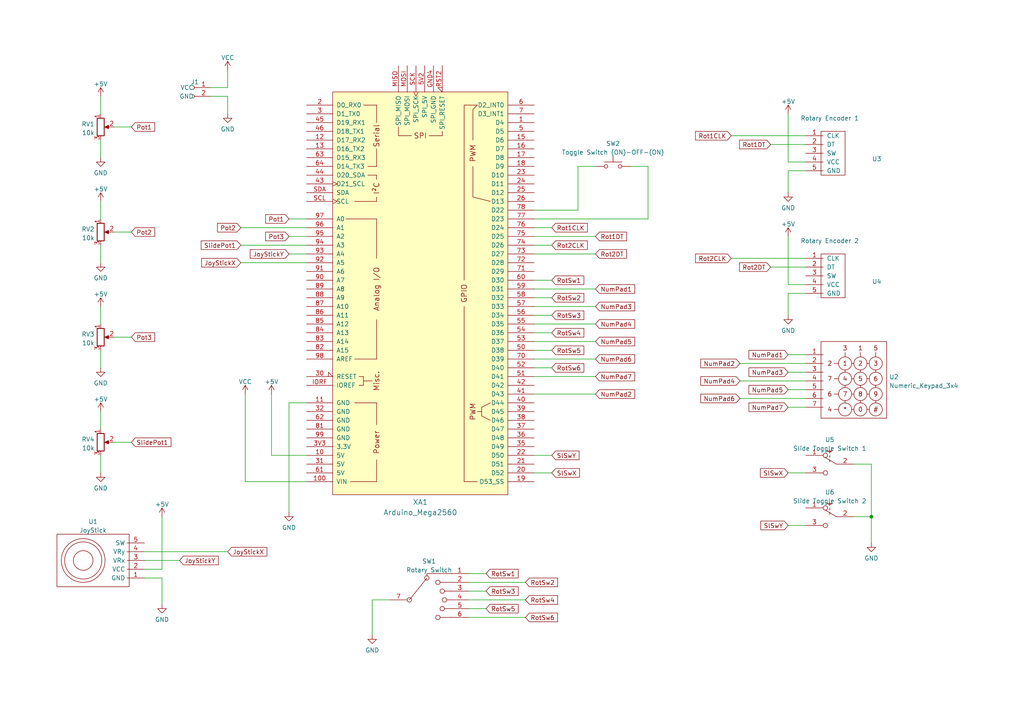
<source format=kicad_sch>
(kicad_sch (version 20211123) (generator eeschema)
  (paper "A4")
  (lib_symbols
    (symbol "Device:R_Potentiometer" (pin_names (offset 1.016) hide)
      (property "Reference" "RV" (at -4.445 0 90))
      (property "Value" "R_Potentiometer" (at -2.54 0 90))
      (symbol "R_Potentiometer_0_1"
        (polyline (pts (xy 2.54 0) (xy 1.524 0)))
        (polyline (pts (xy 1.143 0) (xy 2.286 0.508) (xy 2.286 -0.508) (xy 1.143 0)) (fill (type outline)))
        (rectangle (start 1.016 2.54) (end -1.016 -2.54) (stroke (width 0.254)))
      )
      (symbol "R_Potentiometer_1_1"
        (pin passive line (at 0 3.81 270) (length 1.27) (name "1") (number "1"))
        (pin passive line (at 3.81 0 180) (length 1.27) (name "2") (number "2"))
        (pin passive line (at 0 -3.81 90) (length 1.27) (name "3") (number "3"))
      )
    )
    (symbol "My_Arduino:Arduino_Mega2560" (pin_names (offset 1.016))
      (property "Reference" "XA" (at 2.54 0 90))
      (property "Value" "Arduino_Mega2560" (at -2.54 0 90))
      (symbol "Arduino_Mega2560_0_0"
        (rectangle (start -25.4 -58.42) (end 25.4 58.42) (fill (type background)))
        (rectangle (start -20.32 -54.61) (end -12.7 -54.61))
        (rectangle (start -19.05 -31.75) (end -12.7 -31.75))
        (rectangle (start -19.05 -19.05) (end -12.7 -19.05))
        (rectangle (start -19.05 26.67) (end -12.7 26.67))
        (rectangle (start -17.78 -26.67) (end -16.51 -26.67))
        (rectangle (start -17.78 -24.13) (end -16.51 -24.13))
        (rectangle (start -16.51 -25.4) (end -13.97 -25.4))
        (rectangle (start -16.51 -24.13) (end -16.51 -26.67))
        (rectangle (start -16.51 54.61) (end -12.7 54.61))
        (rectangle (start -15.24 34.29) (end -12.7 34.29))
        (rectangle (start -15.24 36.83) (end -12.7 36.83))
        (rectangle (start -12.7 -54.61) (end -12.7 -48.26))
        (rectangle (start -12.7 -31.75) (end -12.7 -38.1))
        (rectangle (start -12.7 26.67) (end -12.7 27.94))
        (rectangle (start -12.7 34.29) (end -12.7 33.02))
        (rectangle (start -12.7 41.91) (end -12.7 36.83))
        (rectangle (start -12.7 49.53) (end -12.7 54.61))
        (rectangle (start -6.35 48.26) (end -6.35 45.72))
        (rectangle (start -2.54 45.72) (end -6.35 45.72))
        (polyline (pts (xy -21.59 21.59) (xy -12.7 21.59)))
        (polyline (pts (xy -12.7 -19.05) (xy -12.7 -7.62)))
        (polyline (pts (xy -12.7 10.16) (xy -12.7 21.59)))
        (polyline (pts (xy 12.7 -54.61) (xy 16.51 -54.61)))
        (polyline (pts (xy 12.7 54.61) (xy 16.51 54.61)))
        (polyline (pts (xy 17.78 -34.29) (xy 16.51 -34.29)))
        (polyline (pts (xy 15.24 36.83) (xy 15.24 27.94) (xy 20.32 26.67)))
        (polyline (pts (xy 15.24 44.45) (xy 15.24 53.34) (xy 16.51 54.61)))
        (polyline (pts (xy 20.32 -31.75) (xy 17.78 -33.02) (xy 17.78 -35.56) (xy 20.32 -36.83)))
        (rectangle (start 6.35 45.72) (end 2.54 45.72))
        (rectangle (start 6.35 46.99) (end 6.35 45.72))
        (text "Analog I/O" (at -12.7 1.27 900) (effects (font (size 1.524 1.524))))
        (text "I²C" (at -12.7 30.48 900) (effects (font (size 1.524 1.524))))
        (text "Misc." (at -12.7 -25.4 900) (effects (font (size 1.524 1.524))))
        (text "Power" (at -12.7 -43.18 900) (effects (font (size 1.524 1.524))))
        (text "PWM" (at 15.24 -34.29 900) (effects (font (size 1.524 1.524))))
        (text "PWM" (at 15.24 40.64 900) (effects (font (size 1.524 1.524))))
        (text "Serial" (at -12.7 45.72 900) (effects (font (size 1.524 1.524))))
        (text "SPI" (at 0 45.72 0) (effects (font (size 1.524 1.524))))
      )
      (symbol "Arduino_Mega2560_1_0"
        (rectangle (start 12.7 -54.61) (end 12.7 -3.81))
        (rectangle (start 12.7 54.61) (end 12.7 3.81))
        (text "GPIO" (at 12.7 0 900) (effects (font (size 1.524 1.524))))
      )
      (symbol "Arduino_Mega2560_1_1"
        (pin bidirectional line (at 33.02 49.53 180) (length 7.62) (name "D4") (number "1"))
        (pin power_in line (at -33.02 -46.99 0) (length 7.62) (name "5V") (number "10"))
        (pin power_in line (at -33.02 -54.61 0) (length 7.62) (name "VIN") (number "100"))
        (pin power_in line (at -33.02 -31.75 0) (length 7.62) (name "GND") (number "11"))
        (pin bidirectional line (at -33.02 44.45 0) (length 7.62) (name "D17_RX2") (number "12"))
        (pin bidirectional line (at -33.02 41.91 0) (length 7.62) (name "D16_TX2") (number "13"))
        (pin bidirectional line (at 33.02 44.45 180) (length 7.62) (name "D6") (number "15"))
        (pin bidirectional line (at 33.02 41.91 180) (length 7.62) (name "D7") (number "16"))
        (pin bidirectional line (at 33.02 39.37 180) (length 7.62) (name "D8") (number "17"))
        (pin bidirectional line (at 33.02 36.83 180) (length 7.62) (name "D9") (number "18"))
        (pin bidirectional line (at 33.02 -54.61 180) (length 7.62) (name "D53_SS") (number "19"))
        (pin bidirectional line (at -33.02 54.61 0) (length 7.62) (name "D0_RX0") (number "2"))
        (pin bidirectional line (at 33.02 -52.07 180) (length 7.62) (name "D52") (number "20"))
        (pin bidirectional line (at 33.02 -49.53 180) (length 7.62) (name "D51") (number "21"))
        (pin bidirectional line (at 33.02 -46.99 180) (length 7.62) (name "D50") (number "22"))
        (pin bidirectional line (at 33.02 34.29 180) (length 7.62) (name "D10") (number "23"))
        (pin bidirectional line (at 33.02 31.75 180) (length 7.62) (name "D11") (number "24"))
        (pin bidirectional line (at 33.02 29.21 180) (length 7.62) (name "D12") (number "25"))
        (pin bidirectional line (at 33.02 26.67 180) (length 7.62) (name "D13") (number "26"))
        (pin bidirectional line (at -33.02 52.07 0) (length 7.62) (name "D1_TX0") (number "3"))
        (pin open_collector input_low (at -33.02 -24.13 0) (length 7.62) (name "RESET") (number "30"))
        (pin power_in line (at -33.02 -49.53 0) (length 7.62) (name "5V") (number "31"))
        (pin power_in line (at -33.02 -34.29 0) (length 7.62) (name "GND") (number "32"))
        (pin bidirectional line (at 33.02 -44.45 180) (length 7.62) (name "D49") (number "35"))
        (pin bidirectional line (at 33.02 -41.91 180) (length 7.62) (name "D48") (number "36"))
        (pin bidirectional line (at 33.02 -39.37 180) (length 7.62) (name "D47") (number "37"))
        (pin bidirectional line (at 33.02 -36.83 180) (length 7.62) (name "D46") (number "38"))
        (pin bidirectional line (at 33.02 -34.29 180) (length 7.62) (name "D45") (number "39"))
        (pin power_in line (at -33.02 -44.45 0) (length 7.62) (name "3.3V") (number "3V3"))
        (pin bidirectional line (at 33.02 -31.75 180) (length 7.62) (name "D44") (number "40"))
        (pin bidirectional line (at 33.02 -29.21 180) (length 7.62) (name "D43") (number "41"))
        (pin bidirectional line (at 33.02 -26.67 180) (length 7.62) (name "D42") (number "42"))
        (pin bidirectional clock (at -33.02 31.75 0) (length 7.62) (name "D21_SCL") (number "43"))
        (pin bidirectional line (at -33.02 34.29 0) (length 7.62) (name "D20_SDA") (number "44"))
        (pin bidirectional line (at -33.02 49.53 0) (length 7.62) (name "D19_RX1") (number "45"))
        (pin bidirectional line (at -33.02 46.99 0) (length 7.62) (name "D18_TX1") (number "46"))
        (pin bidirectional line (at 33.02 46.99 180) (length 7.62) (name "D5") (number "5"))
        (pin bidirectional line (at 33.02 -16.51 180) (length 7.62) (name "D38") (number "50"))
        (pin bidirectional line (at 33.02 -24.13 180) (length 7.62) (name "D41") (number "51"))
        (pin bidirectional line (at 33.02 -21.59 180) (length 7.62) (name "D40") (number "52"))
        (pin bidirectional line (at 33.02 -13.97 180) (length 7.62) (name "D37") (number "53"))
        (pin bidirectional line (at 33.02 -11.43 180) (length 7.62) (name "D36") (number "54"))
        (pin bidirectional line (at 33.02 -8.89 180) (length 7.62) (name "D35") (number "55"))
        (pin bidirectional line (at 33.02 -6.35 180) (length 7.62) (name "D34") (number "56"))
        (pin bidirectional line (at 33.02 -3.81 180) (length 7.62) (name "D33") (number "57"))
        (pin bidirectional line (at 33.02 -1.27 180) (length 7.62) (name "D32") (number "58"))
        (pin bidirectional line (at 33.02 1.27 180) (length 7.62) (name "D31") (number "59"))
        (pin power_in line (at 1.27 66.04 270) (length 7.62) (name "SPI_5V") (number "5V2"))
        (pin bidirectional line (at 33.02 54.61 180) (length 7.62) (name "D2_INT0") (number "6"))
        (pin bidirectional line (at 33.02 3.81 180) (length 7.62) (name "D30") (number "60"))
        (pin power_in line (at -33.02 -52.07 0) (length 7.62) (name "5V") (number "61"))
        (pin power_in line (at -33.02 -36.83 0) (length 7.62) (name "GND") (number "62"))
        (pin bidirectional line (at -33.02 39.37 0) (length 7.62) (name "D15_RX3") (number "63"))
        (pin bidirectional line (at -33.02 36.83 0) (length 7.62) (name "D14_TX3") (number "64"))
        (pin bidirectional line (at 33.02 52.07 180) (length 7.62) (name "D3_INT1") (number "7"))
        (pin bidirectional line (at 33.02 -19.05 180) (length 7.62) (name "D39") (number "70"))
        (pin bidirectional line (at 33.02 6.35 180) (length 7.62) (name "D29") (number "71"))
        (pin bidirectional line (at 33.02 8.89 180) (length 7.62) (name "D28") (number "72"))
        (pin bidirectional line (at 33.02 11.43 180) (length 7.62) (name "D27") (number "73"))
        (pin bidirectional line (at 33.02 13.97 180) (length 7.62) (name "D26") (number "74"))
        (pin bidirectional line (at 33.02 16.51 180) (length 7.62) (name "D25") (number "75"))
        (pin bidirectional line (at 33.02 19.05 180) (length 7.62) (name "D24") (number "76"))
        (pin bidirectional line (at 33.02 21.59 180) (length 7.62) (name "D23") (number "77"))
        (pin bidirectional line (at 33.02 24.13 180) (length 7.62) (name "D22") (number "78"))
        (pin power_in line (at -33.02 -39.37 0) (length 7.62) (name "GND") (number "81"))
        (pin bidirectional line (at -33.02 -16.51 0) (length 7.62) (name "A15") (number "82"))
        (pin bidirectional line (at -33.02 -13.97 0) (length 7.62) (name "A14") (number "83"))
        (pin bidirectional line (at -33.02 -11.43 0) (length 7.62) (name "A13") (number "84"))
        (pin bidirectional line (at -33.02 -8.89 0) (length 7.62) (name "A12") (number "85"))
        (pin bidirectional line (at -33.02 -6.35 0) (length 7.62) (name "A11") (number "86"))
        (pin bidirectional line (at -33.02 -3.81 0) (length 7.62) (name "A10") (number "87"))
        (pin bidirectional line (at -33.02 -1.27 0) (length 7.62) (name "A9") (number "88"))
        (pin bidirectional line (at -33.02 1.27 0) (length 7.62) (name "A8") (number "89"))
        (pin bidirectional line (at -33.02 3.81 0) (length 7.62) (name "A7") (number "90"))
        (pin bidirectional line (at -33.02 6.35 0) (length 7.62) (name "A6") (number "91"))
        (pin bidirectional line (at -33.02 8.89 0) (length 7.62) (name "A5") (number "92"))
        (pin bidirectional line (at -33.02 11.43 0) (length 7.62) (name "A4") (number "93"))
        (pin bidirectional line (at -33.02 13.97 0) (length 7.62) (name "A3") (number "94"))
        (pin bidirectional line (at -33.02 16.51 0) (length 7.62) (name "A2") (number "95"))
        (pin bidirectional line (at -33.02 19.05 0) (length 7.62) (name "A1") (number "96"))
        (pin bidirectional line (at -33.02 21.59 0) (length 7.62) (name "A0") (number "97"))
        (pin input line (at -33.02 -19.05 0) (length 7.62) (name "AREF") (number "98"))
        (pin power_in line (at -33.02 -41.91 0) (length 7.62) (name "GND") (number "99"))
        (pin power_in line (at 3.81 66.04 270) (length 7.62) (name "SPI_GND") (number "GND4"))
        (pin output line (at -33.02 -26.67 0) (length 7.62) (name "IOREF") (number "IORF"))
        (pin input line (at -6.35 66.04 270) (length 7.62) (name "SPI_MISO") (number "MISO"))
        (pin output line (at -3.81 66.04 270) (length 7.62) (name "SPI_MOSI") (number "MOSI"))
        (pin open_collector input_low (at 6.35 66.04 270) (length 7.62) (name "SPI_RESET") (number "RST2"))
        (pin output clock (at -1.27 66.04 270) (length 7.62) (name "SPI_SCK") (number "SCK"))
        (pin bidirectional clock (at -33.02 26.67 0) (length 7.62) (name "SCL") (number "SCL"))
        (pin bidirectional line (at -33.02 29.21 0) (length 7.62) (name "SDA") (number "SDA"))
      )
    )
    (symbol "My_Headers:2-pin_power_input_header" (pin_names (offset 1.016))
      (property "Reference" "J" (at 0 2.54 0))
      (symbol "2-pin_power_input_header_1_1"
        (arc (start 0 -2.032) (mid -0.508 -2.54) (end 0 -3.048) (stroke (width 0.1524)))
        (polyline (pts (xy -1.27 -2.54) (xy -0.508 -2.54)) (stroke (width 0.1524)))
        (polyline (pts (xy -1.27 0) (xy -0.508 0)) (stroke (width 0.1524)))
        (arc (start 0 0.508) (mid -0.508 0) (end 0 -0.508) (stroke (width 0.1524)))
        (pin power_out line (at -5.08 0 0) (length 3.81) (name "VCC") (number "1"))
        (pin power_out line (at -5.08 -2.54 0) (length 3.81) (name "GND") (number "2"))
      )
    )
    (symbol "My_Parts:KY-023_JoyStick"
      (property "Reference" "U" (at 6.35 3.81 0))
      (property "Value" "KY-023_JoyStick" (at 15.24 -14.605 0))
      (symbol "KY-023_JoyStick_0_1"
        (polyline (pts (xy 4.445 2.54) (xy 4.445 -12.7) (xy 25.4 -12.7) (xy 25.4 2.54) (xy 4.445 2.54)) (stroke (width 0.1524)))
        (circle (center 17.78 -5.08) (radius 2.8398) (stroke (width 0.1524)))
        (circle (center 17.78 -5.08) (radius 5.3882) (stroke (width 0.1524)))
        (circle (center 17.78 -5.08) (radius 6.35) (stroke (width 0.1524)))
      )
      (symbol "KY-023_JoyStick_1_1"
        (pin power_in line (at 0 0 0) (length 5.08) (name "GND") (number "1"))
        (pin power_in line (at 0 -2.54 0) (length 5.08) (name "VCC") (number "2"))
        (pin output line (at 0 -5.08 0) (length 5.08) (name "VRx") (number "3"))
        (pin output line (at 0 -7.62 0) (length 5.08) (name "VRy") (number "4"))
        (pin output line (at 0 -10.16 0) (length 5.08) (name "SW") (number "5"))
      )
    )
    (symbol "My_Parts:KY-040_Rotary_Encoder" (pin_names (offset 1.016))
      (property "Reference" "U" (at 0.635 2.54 0))
      (property "Value" "KY-040_Rotary_Encoder" (at 2.54 -13.335 0))
      (symbol "KY-040_Rotary_Encoder_0_1"
        (rectangle (start -0.635 -11.43) (end 6.35 1.27))
      )
      (symbol "KY-040_Rotary_Encoder_1_1"
        (pin output line (at -5.08 0 0) (length 5.08) (name "CLK") (number "1"))
        (pin output line (at -5.08 -2.54 0) (length 5.08) (name "DT") (number "2"))
        (pin output line (at -5.08 -5.08 0) (length 5.08) (name "SW") (number "3"))
        (pin power_in line (at -5.08 -7.62 0) (length 5.08) (name "VCC") (number "4"))
        (pin power_in line (at -5.08 -10.16 0) (length 5.08) (name "GND") (number "5"))
      )
    )
    (symbol "My_Parts:Numeric_Keypad_3x4" (pin_names hide)
      (property "Reference" "U" (at 5.715 5.08 0))
      (property "Value" "Numeric_Keypad_3x4" (at 13.97 -20.32 0))
      (symbol "Numeric_Keypad_3x4_0_0"
        (text "#" (at 20.32 -15.875 0) (effects (font (size 1.27 1.27))))
        (text "*" (at 11.43 -15.875 0) (effects (font (size 1.27 1.27))))
        (text "0" (at 15.875 -15.875 0) (effects (font (size 1.27 1.27))))
        (text "1" (at 11.43 -2.54 0) (effects (font (size 1.27 1.27))))
        (text "1" (at 15.875 1.905 0) (effects (font (size 1.27 1.27))))
        (text "2" (at 6.985 -2.54 0) (effects (font (size 1.27 1.27))))
        (text "2" (at 15.875 -2.54 0) (effects (font (size 1.27 1.27))))
        (text "3" (at 11.43 1.905 0) (effects (font (size 1.27 1.27))))
        (text "3" (at 20.32 -2.54 0) (effects (font (size 1.27 1.27))))
        (text "4" (at 6.985 -15.875 0) (effects (font (size 1.27 1.27))))
        (text "4" (at 11.43 -6.985 0) (effects (font (size 1.27 1.27))))
        (text "5" (at 15.875 -6.985 0) (effects (font (size 1.27 1.27))))
        (text "5" (at 20.32 1.905 0) (effects (font (size 1.27 1.27))))
        (text "6" (at 6.985 -11.43 0) (effects (font (size 1.27 1.27))))
        (text "6" (at 20.32 -6.985 0) (effects (font (size 1.27 1.27))))
        (text "7" (at 6.985 -6.985 0) (effects (font (size 1.27 1.27))))
        (text "7" (at 11.43 -11.43 0) (effects (font (size 1.27 1.27))))
        (text "8" (at 15.875 -11.43 0) (effects (font (size 1.27 1.27))))
        (text "9" (at 20.32 -11.43 0) (effects (font (size 1.27 1.27))))
      )
      (symbol "Numeric_Keypad_3x4_0_1"
        (polyline (pts (xy 9.525 -15.875) (xy 8.255 -15.875)) (stroke (width 0.1524)))
        (polyline (pts (xy 9.525 -11.43) (xy 8.255 -11.43)) (stroke (width 0.1524)))
        (polyline (pts (xy 9.525 -6.985) (xy 8.255 -6.985)) (stroke (width 0.1524)))
        (polyline (pts (xy 9.525 -2.54) (xy 8.255 -2.54)) (stroke (width 0.1524)))
        (polyline (pts (xy 11.43 -13.335) (xy 11.43 -13.97)) (stroke (width 0.1524)))
        (polyline (pts (xy 11.43 -8.89) (xy 11.43 -9.525)) (stroke (width 0.1524)))
        (polyline (pts (xy 11.43 -4.445) (xy 11.43 -5.08)) (stroke (width 0.1524)))
        (polyline (pts (xy 11.43 -0.635) (xy 11.43 0.635)) (stroke (width 0.1524)))
        (polyline (pts (xy 13.335 -15.875) (xy 13.97 -15.875)) (stroke (width 0.1524)))
        (polyline (pts (xy 13.335 -11.43) (xy 13.97 -11.43)) (stroke (width 0.1524)))
        (polyline (pts (xy 13.335 -6.985) (xy 13.97 -6.985)) (stroke (width 0.1524)))
        (polyline (pts (xy 13.97 -2.54) (xy 13.335 -2.54)) (stroke (width 0.1524)))
        (polyline (pts (xy 15.875 -13.97) (xy 15.875 -13.335)) (stroke (width 0.1524)))
        (polyline (pts (xy 15.875 -9.525) (xy 15.875 -8.89)) (stroke (width 0.1524)))
        (polyline (pts (xy 15.875 -5.08) (xy 15.875 -4.445)) (stroke (width 0.1524)))
        (polyline (pts (xy 15.875 -0.635) (xy 15.875 0.635)) (stroke (width 0.1524)))
        (polyline (pts (xy 17.78 -15.875) (xy 18.415 -15.875)) (stroke (width 0.1524)))
        (polyline (pts (xy 17.78 -11.43) (xy 18.415 -11.43)) (stroke (width 0.1524)))
        (polyline (pts (xy 17.78 -6.985) (xy 18.415 -6.985)) (stroke (width 0.1524)))
        (polyline (pts (xy 18.415 -2.54) (xy 17.78 -2.54)) (stroke (width 0.1524)))
        (polyline (pts (xy 20.32 -13.97) (xy 20.32 -13.335)) (stroke (width 0.1524)))
        (polyline (pts (xy 20.32 -9.525) (xy 20.32 -8.89)) (stroke (width 0.1524)))
        (polyline (pts (xy 20.32 -5.08) (xy 20.32 -4.445)) (stroke (width 0.1524)))
        (polyline (pts (xy 20.32 -0.635) (xy 20.32 0.635)) (stroke (width 0.1524)))
        (polyline (pts (xy 4.445 0.635) (xy 4.445 3.81) (xy 23.495 3.81) (xy 23.495 -18.415) (xy 4.445 -18.415) (xy 4.445 0.635)) (stroke (width 0.1524)))
        (circle (center 11.43 -15.875) (radius 1.905) (stroke (width 0.1524)))
        (circle (center 11.43 -11.43) (radius 1.905) (stroke (width 0.1524)))
        (circle (center 11.43 -6.985) (radius 1.905) (stroke (width 0.1524)))
        (circle (center 11.43 -2.54) (radius 1.905) (stroke (width 0.1524)))
        (circle (center 15.875 -15.875) (radius 1.905) (stroke (width 0.1524)))
        (circle (center 15.875 -11.43) (radius 1.905) (stroke (width 0.1524)))
        (circle (center 15.875 -6.985) (radius 1.905) (stroke (width 0.1524)))
        (circle (center 15.875 -2.54) (radius 1.905) (stroke (width 0.1524)))
        (circle (center 20.32 -15.875) (radius 1.905) (stroke (width 0.1524)))
        (circle (center 20.32 -11.43) (radius 1.905) (stroke (width 0.1524)))
        (circle (center 20.32 -6.985) (radius 1.905) (stroke (width 0.1524)))
        (circle (center 20.32 -2.54) (radius 1.905) (stroke (width 0.1524)))
        (pin passive line (at 0 0 0) (length 5.08) (name "1") (number "1"))
        (pin passive line (at 0 -2.54 0) (length 5.08) (name "2") (number "2"))
        (pin passive line (at 0 -5.08 0) (length 5.08) (name "3") (number "3"))
        (pin passive line (at 0 -7.62 0) (length 5.08) (name "4") (number "4"))
        (pin passive line (at 0 -10.16 0) (length 5.08) (name "5") (number "5"))
        (pin passive line (at 0 -12.7 0) (length 5.08) (name "6") (number "6"))
        (pin passive line (at 0 -15.24 0) (length 5.08) (name "7") (number "7"))
      )
    )
    (symbol "My_Parts:SW_Rotary1x6" (pin_names (offset 1.016) hide)
      (property "Reference" "SW" (at 0 17.78 0))
      (property "Value" "SW_Rotary1x6" (at 1.27 -0.635 0))
      (symbol "SW_Rotary1x6_0_0"
        (circle (center -4.445 7.62) (radius 0.635))
        (polyline (pts (xy -4.445 7.62) (xy 0.635 13.97)))
        (polyline (pts (xy 4.445 12.7) (xy 7.62 12.7)))
        (polyline (pts (xy 5.715 5.08) (xy 7.62 5.08)))
        (polyline (pts (xy 5.715 10.16) (xy 7.62 10.16)))
        (polyline (pts (xy 6.35 7.62) (xy 7.62 7.62)))
        (polyline (pts (xy 7.62 2.54) (xy 4.445 2.54)))
        (polyline (pts (xy 0.635 14.605) (xy 0.635 15.24) (xy 7.62 15.24)))
        (circle (center 0.635 13.97) (radius 0.635))
        (circle (center 3.81 2.54) (radius 0.635))
        (circle (center 3.81 12.7) (radius 0.635))
        (circle (center 5.08 5.08) (radius 0.635))
        (circle (center 5.08 10.16) (radius 0.635))
        (circle (center 5.715 7.62) (radius 0.635))
      )
      (symbol "SW_Rotary1x6_0_1"
        (pin passive line (at 12.7 15.24 180) (length 5.08) (name "1") (number "1"))
        (pin passive line (at 12.7 12.7 180) (length 5.08) (name "2") (number "2"))
        (pin passive line (at 12.7 10.16 180) (length 5.08) (name "3") (number "3"))
        (pin passive line (at 12.7 7.62 180) (length 5.08) (name "4") (number "4"))
        (pin passive line (at 12.7 5.08 180) (length 5.08) (name "5") (number "5"))
        (pin passive line (at 12.7 2.54 180) (length 5.08) (name "6") (number "6"))
        (pin passive line (at -10.16 7.62 0) (length 5.08) (name "7") (number "7"))
      )
    )
    (symbol "My_Parts:Toggling_Switch" (pin_names hide)
      (property "Reference" "U" (at 6.985 6.35 0))
      (property "Value" "Toggling_Switch" (at 7.62 -4.445 0))
      (symbol "Toggling_Switch_0_1"
        (polyline (pts (xy 5.08 0) (xy 8.255 1.905)) (stroke (width 0.1524)))
        (polyline (pts (xy 6.35 3.81) (xy 7.62 3.81)) (stroke (width 0.1524)))
        (polyline (pts (xy 6.985 0.635) (xy 6.985 1.27)) (stroke (width 0.1524)))
        (polyline (pts (xy 6.985 1.905) (xy 6.985 2.54)) (stroke (width 0.1524)))
        (polyline (pts (xy 6.985 3.175) (xy 6.985 3.81)) (stroke (width 0.1524)))
        (arc (start 6.35 3.81) (mid 6.985 2.277) (end 7.62 3.81) (stroke (width 0.1524)))
        (circle (center 8.255 -2.54) (radius 0.635) (stroke (width 0.1524)))
        (circle (center 8.255 2.54) (radius 0.635) (stroke (width 0.1524)))
        (pin passive line (at 13.97 2.54 180) (length 5.08) (name "NC") (number "1"))
        (pin passive line (at 0 0 0) (length 5.08) (name "Com") (number "2"))
        (pin passive line (at 13.97 -2.54 180) (length 5.08) (name "NO") (number "3"))
      )
    )
    (symbol "Switch:SW_Push" (pin_numbers hide) (pin_names (offset 1.016) hide)
      (property "Reference" "SW" (at 1.27 2.54 0))
      (property "Value" "SW_Push" (at 0 -1.524 0))
      (symbol "SW_Push_0_1"
        (circle (center -2.032 0) (radius 0.508))
        (polyline (pts (xy 0 1.27) (xy 0 3.048)))
        (polyline (pts (xy 2.54 1.27) (xy -2.54 1.27)))
        (circle (center 2.032 0) (radius 0.508))
        (pin passive line (at -5.08 0 0) (length 2.54) (name "1") (number "1"))
        (pin passive line (at 5.08 0 180) (length 2.54) (name "2") (number "2"))
      )
    )
    (symbol "Toggling_Switch_1" (pin_names hide)
      (property "Reference" "U" (at 6.985 6.35 0))
      (property "Value" "Toggling_Switch_1" (at 7.62 -4.445 0))
      (symbol "Toggling_Switch_1_0_1"
        (polyline (pts (xy 5.08 0) (xy 8.255 1.905)) (stroke (width 0.1524)))
        (polyline (pts (xy 6.35 3.81) (xy 7.62 3.81)) (stroke (width 0.1524)))
        (polyline (pts (xy 6.985 0.635) (xy 6.985 1.27)) (stroke (width 0.1524)))
        (polyline (pts (xy 6.985 1.905) (xy 6.985 2.54)) (stroke (width 0.1524)))
        (polyline (pts (xy 6.985 3.175) (xy 6.985 3.81)) (stroke (width 0.1524)))
        (arc (start 6.35 3.81) (mid 6.985 2.277) (end 7.62 3.81) (stroke (width 0.1524)))
        (circle (center 8.255 -2.54) (radius 0.635) (stroke (width 0.1524)))
        (circle (center 8.255 2.54) (radius 0.635) (stroke (width 0.1524)))
        (pin passive line (at 13.97 2.54 180) (length 5.08) (name "NC") (number "1"))
        (pin passive line (at 0 0 0) (length 5.08) (name "Com") (number "2"))
        (pin passive line (at 13.97 -2.54 180) (length 5.08) (name "NO") (number "3"))
      )
    )
    (symbol "power:+5V" (power) (pin_names (offset 0))
      (property "Value" "+5V" (at 0 3.556 0))
      (symbol "+5V_0_1"
        (polyline (pts (xy -0.762 1.27) (xy 0 2.54)))
        (polyline (pts (xy 0 0) (xy 0 2.54)))
        (polyline (pts (xy 0 2.54) (xy 0.762 1.27)))
      )
      (symbol "+5V_1_1"
        (pin power_in line (at 0 0 90) (length 0) hide (name "+5V") (number "1"))
      )
    )
    (symbol "power:GND" (power) (pin_names (offset 0))
      (property "Value" "GND" (at 0 -3.81 0))
      (symbol "GND_0_1"
        (polyline (pts (xy 0 0) (xy 0 -1.27) (xy 1.27 -1.27) (xy 0 -2.54) (xy -1.27 -1.27) (xy 0 -1.27)))
      )
      (symbol "GND_1_1"
        (pin power_in line (at 0 0 270) (length 0) hide (name "GND") (number "1"))
      )
    )
    (symbol "power:VCC" (power) (pin_names (offset 0))
      (property "Value" "VCC" (at 0 3.81 0))
      (symbol "VCC_0_1"
        (polyline (pts (xy -0.762 1.27) (xy 0 2.54)))
        (polyline (pts (xy 0 0) (xy 0 2.54)))
        (polyline (pts (xy 0 2.54) (xy 0.762 1.27)))
      )
      (symbol "VCC_1_1"
        (pin power_in line (at 0 0 90) (length 0) hide (name "VCC") (number "1"))
      )
    )
  )
  (junction (at 252.73 149.86))
  (wire (pts (xy 228.6 152.4) (xy 233.68 152.4)))
  (wire (pts (xy 228.6 113.03) (xy 233.68 113.03)))
  (wire (pts (xy 66.04 27.94) (xy 66.04 33.02)))
  (wire (pts (xy 29.21 132.08) (xy 29.21 137.16)))
  (wire (pts (xy 154.94 68.58) (xy 172.72 68.58)))
  (wire (pts (xy 223.52 77.47) (xy 233.68 77.47)))
  (wire (pts (xy 135.89 166.37) (xy 140.97 166.37)))
  (wire (pts (xy 33.02 128.27) (xy 38.1 128.27)))
  (wire (pts (xy 154.94 132.08) (xy 160.02 132.08)))
  (wire (pts (xy 135.89 171.45) (xy 140.97 171.45)))
  (wire (pts (xy 212.09 39.37) (xy 233.68 39.37)))
  (wire (pts (xy 154.94 96.52) (xy 160.02 96.52)))
  (wire (pts (xy 29.21 119.38) (xy 29.21 124.46)))
  (wire (pts (xy 107.95 184.15) (xy 107.95 173.99)))
  (wire (pts (xy 228.6 49.53) (xy 228.6 55.88)))
  (wire (pts (xy 233.68 49.53) (xy 228.6 49.53)))
  (wire (pts (xy 154.94 86.36) (xy 160.02 86.36)))
  (wire (pts (xy 60.96 25.4) (xy 66.04 25.4)))
  (wire (pts (xy 247.65 149.86) (xy 252.73 149.86)))
  (wire (pts (xy 29.21 27.94) (xy 29.21 33.02)))
  (wire (pts (xy 41.91 160.02) (xy 66.04 160.02)))
  (wire (pts (xy 154.94 104.14) (xy 172.72 104.14)))
  (wire (pts (xy 135.89 179.07) (xy 152.4 179.07)))
  (wire (pts (xy 69.85 66.04) (xy 88.9 66.04)))
  (wire (pts (xy 69.85 71.12) (xy 88.9 71.12)))
  (wire (pts (xy 154.94 99.06) (xy 172.72 99.06)))
  (wire (pts (xy 83.82 68.58) (xy 88.9 68.58)))
  (wire (pts (xy 41.91 162.56) (xy 52.07 162.56)))
  (wire (pts (xy 187.96 48.26) (xy 182.88 48.26)))
  (wire (pts (xy 212.09 74.93) (xy 233.68 74.93)))
  (wire (pts (xy 135.89 176.53) (xy 140.97 176.53)))
  (wire (pts (xy 88.9 132.08) (xy 78.74 132.08)))
  (wire (pts (xy 187.96 63.5) (xy 187.96 48.26)))
  (wire (pts (xy 228.6 102.87) (xy 233.68 102.87)))
  (wire (pts (xy 154.94 93.98) (xy 172.72 93.98)))
  (wire (pts (xy 88.9 116.84) (xy 83.82 116.84)))
  (wire (pts (xy 154.94 101.6) (xy 160.02 101.6)))
  (wire (pts (xy 154.94 114.3) (xy 172.72 114.3)))
  (wire (pts (xy 214.63 110.49) (xy 233.68 110.49)))
  (wire (pts (xy 107.95 173.99) (xy 113.03 173.99)))
  (wire (pts (xy 154.94 106.68) (xy 160.02 106.68)))
  (wire (pts (xy 228.6 46.99) (xy 228.6 33.02)))
  (wire (pts (xy 228.6 85.09) (xy 228.6 91.44)))
  (wire (pts (xy 154.94 81.28) (xy 160.02 81.28)))
  (wire (pts (xy 154.94 66.04) (xy 160.02 66.04)))
  (wire (pts (xy 154.94 63.5) (xy 187.96 63.5)))
  (wire (pts (xy 252.73 134.62) (xy 247.65 134.62)))
  (wire (pts (xy 29.21 40.64) (xy 29.21 45.72)))
  (wire (pts (xy 135.89 173.99) (xy 152.4 173.99)))
  (wire (pts (xy 228.6 107.95) (xy 233.68 107.95)))
  (wire (pts (xy 228.6 82.55) (xy 228.6 68.58)))
  (wire (pts (xy 233.68 85.09) (xy 228.6 85.09)))
  (wire (pts (xy 41.91 165.1) (xy 46.99 165.1)))
  (wire (pts (xy 214.63 105.41) (xy 233.68 105.41)))
  (wire (pts (xy 71.12 139.7) (xy 71.12 114.3)))
  (wire (pts (xy 154.94 60.96) (xy 167.64 60.96)))
  (wire (pts (xy 252.73 149.86) (xy 252.73 134.62)))
  (wire (pts (xy 233.68 46.99) (xy 228.6 46.99)))
  (wire (pts (xy 83.82 116.84) (xy 83.82 148.59)))
  (wire (pts (xy 33.02 67.31) (xy 38.1 67.31)))
  (wire (pts (xy 154.94 91.44) (xy 160.02 91.44)))
  (wire (pts (xy 154.94 109.22) (xy 172.72 109.22)))
  (wire (pts (xy 214.63 115.57) (xy 233.68 115.57)))
  (wire (pts (xy 29.21 101.6) (xy 29.21 106.68)))
  (wire (pts (xy 233.68 82.55) (xy 228.6 82.55)))
  (wire (pts (xy 66.04 25.4) (xy 66.04 20.32)))
  (wire (pts (xy 78.74 132.08) (xy 78.74 114.3)))
  (wire (pts (xy 46.99 165.1) (xy 46.99 149.86)))
  (wire (pts (xy 60.96 27.94) (xy 66.04 27.94)))
  (wire (pts (xy 69.85 76.2) (xy 88.9 76.2)))
  (wire (pts (xy 135.89 168.91) (xy 152.4 168.91)))
  (wire (pts (xy 83.82 73.66) (xy 88.9 73.66)))
  (wire (pts (xy 228.6 137.16) (xy 233.68 137.16)))
  (wire (pts (xy 167.64 60.96) (xy 167.64 48.26)))
  (wire (pts (xy 223.52 41.91) (xy 233.68 41.91)))
  (wire (pts (xy 154.94 73.66) (xy 172.72 73.66)))
  (wire (pts (xy 228.6 118.11) (xy 233.68 118.11)))
  (wire (pts (xy 33.02 97.79) (xy 38.1 97.79)))
  (wire (pts (xy 154.94 88.9) (xy 172.72 88.9)))
  (wire (pts (xy 252.73 157.48) (xy 252.73 149.86)))
  (wire (pts (xy 29.21 71.12) (xy 29.21 76.2)))
  (wire (pts (xy 154.94 137.16) (xy 160.02 137.16)))
  (wire (pts (xy 71.12 139.7) (xy 88.9 139.7)))
  (wire (pts (xy 167.64 48.26) (xy 172.72 48.26)))
  (wire (pts (xy 83.82 63.5) (xy 88.9 63.5)))
  (wire (pts (xy 41.91 167.64) (xy 46.99 167.64)))
  (wire (pts (xy 154.94 83.82) (xy 172.72 83.82)))
  (wire (pts (xy 29.21 58.42) (xy 29.21 63.5)))
  (wire (pts (xy 154.94 71.12) (xy 160.02 71.12)))
  (wire (pts (xy 29.21 88.9) (xy 29.21 93.98)))
  (wire (pts (xy 33.02 36.83) (xy 38.1 36.83)))
  (wire (pts (xy 46.99 167.64) (xy 46.99 175.26)))
  (global_label "NumPad1" (shape input) (at 228.6 102.87 180) (property "Intersheet References" "${INTERSHEET_REFS}" (effects hide)))
  (global_label "Rot1DT" (shape input) (at 172.72 68.58 0) (property "Intersheet References" "${INTERSHEET_REFS}" (effects hide)))
  (global_label "Rot1CLK" (shape input) (at 160.02 66.04 0) (property "Intersheet References" "${INTERSHEET_REFS}" (effects hide)))
  (global_label "RotSw5" (shape input) (at 140.97 176.53 0) (property "Intersheet References" "${INTERSHEET_REFS}" (effects hide)))
  (global_label "NumPad5" (shape input) (at 228.6 113.03 180) (property "Intersheet References" "${INTERSHEET_REFS}" (effects hide)))
  (global_label "RotSw6" (shape input) (at 152.4 179.07 0) (property "Intersheet References" "${INTERSHEET_REFS}" (effects hide)))
  (global_label "NumPad3" (shape input) (at 172.72 88.9 0) (property "Intersheet References" "${INTERSHEET_REFS}" (effects hide)))
  (global_label "RotSw3" (shape input) (at 160.02 91.44 0) (property "Intersheet References" "${INTERSHEET_REFS}" (effects hide)))
  (global_label "JoyStickY" (shape input) (at 83.82 73.66 180) (property "Intersheet References" "${INTERSHEET_REFS}" (effects hide)))
  (global_label "NumPad2" (shape input) (at 172.72 114.3 0) (property "Intersheet References" "${INTERSHEET_REFS}" (effects hide)))
  (global_label "RotSw2" (shape input) (at 152.4 168.91 0) (property "Intersheet References" "${INTERSHEET_REFS}" (effects hide)))
  (global_label "Pot3" (shape input) (at 38.1 97.79 0) (property "Intersheet References" "${INTERSHEET_REFS}" (effects hide)))
  (global_label "RotSw4" (shape input) (at 160.02 96.52 0) (property "Intersheet References" "${INTERSHEET_REFS}" (effects hide)))
  (global_label "SlidePot1" (shape input) (at 69.85 71.12 180) (property "Intersheet References" "${INTERSHEET_REFS}" (effects hide)))
  (global_label "SlSwY" (shape input) (at 160.02 132.08 0) (property "Intersheet References" "${INTERSHEET_REFS}" (effects hide)))
  (global_label "Pot2" (shape input) (at 38.1 67.31 0) (property "Intersheet References" "${INTERSHEET_REFS}" (effects hide)))
  (global_label "Pot1" (shape input) (at 83.82 63.5 180) (property "Intersheet References" "${INTERSHEET_REFS}" (effects hide)))
  (global_label "Rot2DT" (shape input) (at 172.72 73.66 0) (property "Intersheet References" "${INTERSHEET_REFS}" (effects hide)))
  (global_label "NumPad7" (shape input) (at 172.72 109.22 0) (property "Intersheet References" "${INTERSHEET_REFS}" (effects hide)))
  (global_label "Pot2" (shape input) (at 69.85 66.04 180) (property "Intersheet References" "${INTERSHEET_REFS}" (effects hide)))
  (global_label "Rot1CLK" (shape input) (at 212.09 39.37 180) (property "Intersheet References" "${INTERSHEET_REFS}" (effects hide)))
  (global_label "Rot2CLK" (shape input) (at 212.09 74.93 180) (property "Intersheet References" "${INTERSHEET_REFS}" (effects hide)))
  (global_label "NumPad3" (shape input) (at 228.6 107.95 180) (property "Intersheet References" "${INTERSHEET_REFS}" (effects hide)))
  (global_label "Rot2DT" (shape input) (at 223.52 77.47 180) (property "Intersheet References" "${INTERSHEET_REFS}" (effects hide)))
  (global_label "SlSwY" (shape input) (at 228.6 152.4 180) (property "Intersheet References" "${INTERSHEET_REFS}" (effects hide)))
  (global_label "RotSw6" (shape input) (at 160.02 106.68 0) (property "Intersheet References" "${INTERSHEET_REFS}" (effects hide)))
  (global_label "RotSw1" (shape input) (at 160.02 81.28 0) (property "Intersheet References" "${INTERSHEET_REFS}" (effects hide)))
  (global_label "Rot1DT" (shape input) (at 223.52 41.91 180) (property "Intersheet References" "${INTERSHEET_REFS}" (effects hide)))
  (global_label "Rot2CLK" (shape input) (at 160.02 71.12 0) (property "Intersheet References" "${INTERSHEET_REFS}" (effects hide)))
  (global_label "JoyStickX" (shape input) (at 69.85 76.2 180) (property "Intersheet References" "${INTERSHEET_REFS}" (effects hide)))
  (global_label "RotSw1" (shape input) (at 140.97 166.37 0) (property "Intersheet References" "${INTERSHEET_REFS}" (effects hide)))
  (global_label "RotSw3" (shape input) (at 140.97 171.45 0) (property "Intersheet References" "${INTERSHEET_REFS}" (effects hide)))
  (global_label "RotSw5" (shape input) (at 160.02 101.6 0) (property "Intersheet References" "${INTERSHEET_REFS}" (effects hide)))
  (global_label "JoyStickY" (shape input) (at 52.07 162.56 0) (property "Intersheet References" "${INTERSHEET_REFS}" (effects hide)))
  (global_label "NumPad5" (shape input) (at 172.72 99.06 0) (property "Intersheet References" "${INTERSHEET_REFS}" (effects hide)))
  (global_label "JoyStickX" (shape input) (at 66.04 160.02 0) (property "Intersheet References" "${INTERSHEET_REFS}" (effects hide)))
  (global_label "NumPad1" (shape input) (at 172.72 83.82 0) (property "Intersheet References" "${INTERSHEET_REFS}" (effects hide)))
  (global_label "Pot1" (shape input) (at 38.1 36.83 0) (property "Intersheet References" "${INTERSHEET_REFS}" (effects hide)))
  (global_label "NumPad7" (shape input) (at 228.6 118.11 180) (property "Intersheet References" "${INTERSHEET_REFS}" (effects hide)))
  (global_label "SlidePot1" (shape input) (at 38.1 128.27 0) (property "Intersheet References" "${INTERSHEET_REFS}" (effects hide)))
  (global_label "Pot3" (shape input) (at 83.82 68.58 180) (property "Intersheet References" "${INTERSHEET_REFS}" (effects hide)))
  (global_label "NumPad6" (shape input) (at 172.72 104.14 0) (property "Intersheet References" "${INTERSHEET_REFS}" (effects hide)))
  (global_label "SlSwX" (shape input) (at 228.6 137.16 180) (property "Intersheet References" "${INTERSHEET_REFS}" (effects hide)))
  (global_label "NumPad4" (shape input) (at 214.63 110.49 180) (property "Intersheet References" "${INTERSHEET_REFS}" (effects hide)))
  (global_label "RotSw2" (shape input) (at 160.02 86.36 0) (property "Intersheet References" "${INTERSHEET_REFS}" (effects hide)))
  (global_label "NumPad6" (shape input) (at 214.63 115.57 180) (property "Intersheet References" "${INTERSHEET_REFS}" (effects hide)))
  (global_label "RotSw4" (shape input) (at 152.4 173.99 0) (property "Intersheet References" "${INTERSHEET_REFS}" (effects hide)))
  (global_label "NumPad2" (shape input) (at 214.63 105.41 180) (property "Intersheet References" "${INTERSHEET_REFS}" (effects hide)))
  (global_label "SlSwX" (shape input) (at 160.02 137.16 0) (property "Intersheet References" "${INTERSHEET_REFS}" (effects hide)))
  (global_label "NumPad4" (shape input) (at 172.72 93.98 0) (property "Intersheet References" "${INTERSHEET_REFS}" (effects hide)))
  (symbol (lib_id "power:+5V") (at 29.21 27.94 0) (unit 1)
    (property "Reference" "#PWR0114" (effects hide))
    (property "Value" "+5V" (at 29.21 24.3642 0))
  )
  (symbol (lib_id "My_Headers:2-pin_power_input_header") (at 55.88 25.4 0) (mirror y) (unit 1)
    (property "Reference" "J1" (at 56.515 23.78 0))
    (property "Value" "2-pin_power_input_header" (effects hide))
  )
  (symbol (lib_id "power:+5V") (at 228.6 68.58 0) (unit 1)
    (property "Reference" "#PWR0119" (effects hide))
    (property "Value" "+5V" (at 228.6 65.0042 0))
  )
  (symbol (lib_id "power:GND") (at 29.21 76.2 0) (unit 1)
    (property "Reference" "#PWR0103" (effects hide))
    (property "Value" "GND" (at 29.21 80.6434 0))
  )
  (symbol (lib_id "power:GND") (at 228.6 91.44 0) (unit 1)
    (property "Reference" "#PWR0121" (effects hide))
    (property "Value" "GND" (at 228.6 95.8834 0))
  )
  (symbol (lib_id "My_Parts:SW_Rotary1x6") (at 123.19 181.61 0) (unit 1)
    (property "Reference" "SW1" (at 124.46 162.7972 0))
    (property "Value" "Rotary Switch" (at 124.46 165.3341 0))
    (property "Footprint" "My_Headers:7-pin JST Rotary Switch 1x6" (effects hide))
  )
  (symbol (lib_id "power:+5V") (at 78.74 114.3 0) (unit 1)
    (property "Reference" "#PWR0110" (effects hide))
    (property "Value" "+5V" (at 78.74 110.7242 0))
  )
  (symbol (lib_id "power:GND") (at 46.99 175.26 0) (unit 1)
    (property "Reference" "#PWR0108" (effects hide))
    (property "Value" "GND" (at 46.99 179.7034 0))
  )
  (symbol (lib_id "power:VCC") (at 66.04 20.32 0) (unit 1)
    (property "Reference" "#PWR0115" (effects hide))
    (property "Value" "VCC" (at 66.04 16.7442 0))
  )
  (symbol (lib_id "power:GND") (at 107.95 184.15 0) (unit 1)
    (property "Reference" "#PWR0117" (effects hide))
    (property "Value" "GND" (at 107.95 188.5934 0))
  )
  (symbol (lib_id "power:GND") (at 228.6 55.88 0) (unit 1)
    (property "Reference" "#PWR0120" (effects hide))
    (property "Value" "GND" (at 228.6 60.3234 0))
  )
  (symbol (lib_id "My_Parts:KY-040_Rotary_Encoder") (at 238.76 74.93 0) (unit 1)
    (property "Reference" "U4" (at 252.9303 81.6495 0) (effects (justify left)))
    (property "Value" "Rotary Encoder 2" (at 240.665 69.85 0))
    (property "Footprint" "My_Headers:5-pin JST Rotary Encoder" (effects hide))
  )
  (symbol (lib_id "My_Parts:KY-023_JoyStick") (at 41.91 167.64 180) (unit 1)
    (property "Reference" "U1" (at 26.9875 151.291 0))
    (property "Value" "JoyStick" (at 26.9875 153.8279 0))
    (property "Footprint" "My_Headers:5-pin JST KY-023 JoyStick" (effects hide))
  )
  (symbol (lib_id "power:+5V") (at 228.6 33.02 0) (unit 1)
    (property "Reference" "#PWR0118" (effects hide))
    (property "Value" "+5V" (at 228.6 29.4442 0))
  )
  (symbol (lib_id "power:+5V") (at 29.21 119.38 0) (unit 1)
    (property "Reference" "#PWR0102" (effects hide))
    (property "Value" "+5V" (at 29.21 115.8042 0))
  )
  (symbol (lib_id "power:GND") (at 252.73 157.48 0) (unit 1)
    (property "Reference" "#PWR0101" (effects hide))
    (property "Value" "GND" (at 252.73 161.9234 0))
  )
  (symbol (lib_id "My_Parts:KY-040_Rotary_Encoder") (at 238.76 39.37 0) (unit 1)
    (property "Reference" "U3" (at 252.9303 46.0895 0) (effects (justify left)))
    (property "Value" "Rotary Encoder 1" (at 240.665 34.29 0))
    (property "Footprint" "My_Headers:5-pin JST Rotary Encoder" (effects hide))
  )
  (symbol (lib_id "Device:R_Potentiometer") (at 29.21 67.31 0) (unit 1)
    (property "Reference" "RV2" (at 27.4321 66.4753 0) (effects (justify right)))
    (property "Value" "10k" (at 27.4321 69.0122 0) (effects (justify right)))
    (property "Footprint" "My_Headers:3-pin JST Potentiometer" (effects hide))
  )
  (symbol (lib_id "power:GND") (at 29.21 106.68 0) (unit 1)
    (property "Reference" "#PWR0105" (effects hide))
    (property "Value" "GND" (at 29.21 111.1234 0))
  )
  (symbol (lib_name "Toggling_Switch_1") (lib_id "My_Parts:Toggling_Switch") (at 247.65 134.62 0) (mirror y) (unit 1)
    (property "Reference" "U5" (at 240.665 127.533 0))
    (property "Value" "Slide Toggle Switch 1" (at 240.665 130.0699 0))
    (property "Footprint" "My_Headers:3-pin JST Toggle Switch" (effects hide))
  )
  (symbol (lib_id "Device:R_Potentiometer") (at 29.21 36.83 0) (unit 1)
    (property "Reference" "RV1" (at 27.4321 35.9953 0) (effects (justify right)))
    (property "Value" "10k" (at 27.4321 38.5322 0) (effects (justify right)))
    (property "Footprint" "My_Headers:3-pin JST Potentiometer" (effects hide))
  )
  (symbol (lib_id "power:GND") (at 29.21 45.72 0) (unit 1)
    (property "Reference" "#PWR0112" (effects hide))
    (property "Value" "GND" (at 29.21 50.1634 0))
  )
  (symbol (lib_id "My_Parts:Numeric_Keypad_3x4") (at 233.68 102.87 0) (unit 1)
    (property "Reference" "U2" (at 257.8862 109.3378 0) (effects (justify left)))
    (property "Value" "Numeric_Keypad_3x4" (at 257.8862 111.8747 0) (effects (justify left)))
    (property "Footprint" "My_Headers:7-pin JST Numeric Keypad" (effects hide))
  )
  (symbol (lib_id "Switch:SW_Push") (at 177.8 48.26 0) (unit 1)
    (property "Reference" "SW2" (at 177.8 41.6392 0))
    (property "Value" "Toggle Switch (ON)-OFF-(ON)" (at 177.8 44.1761 0))
    (property "Footprint" "My_Headers:2-pin JST Switch" (effects hide))
  )
  (symbol (lib_id "My_Parts:Toggling_Switch") (at 247.65 149.86 0) (mirror y) (unit 1)
    (property "Reference" "U6" (at 240.665 142.773 0))
    (property "Value" "Slide Toggle Switch 2" (at 240.665 145.3099 0))
    (property "Footprint" "My_Headers:3-pin JST Toggle Switch" (effects hide))
  )
  (symbol (lib_id "My_Arduino:Arduino_Mega2560") (at 121.92 85.09 0) (unit 1)
    (property "Reference" "XA1" (at 121.92 145.6417 0) (effects (font (size 1.524 1.524))))
    (property "Value" "Arduino_Mega2560" (at 121.92 148.6351 0) (effects (font (size 1.524 1.524))))
    (property "Footprint" "My_Arduino:Arduino_Mega2560_Shield__no_ICSP_no_mount-holes_large" (effects hide))
    (property "Datasheet" "https://store.arduino.cc/arduino-mega-2560-rev3" (effects hide))
  )
  (symbol (lib_id "power:+5V") (at 46.99 149.86 0) (unit 1)
    (property "Reference" "#PWR0107" (effects hide))
    (property "Value" "+5V" (at 46.99 146.2842 0))
  )
  (symbol (lib_id "power:GND") (at 83.82 148.59 0) (unit 1)
    (property "Reference" "#PWR0109" (effects hide))
    (property "Value" "GND" (at 83.82 153.0334 0))
  )
  (symbol (lib_id "power:GND") (at 29.21 137.16 0) (unit 1)
    (property "Reference" "#PWR0106" (effects hide))
    (property "Value" "GND" (at 29.21 141.6034 0))
  )
  (symbol (lib_id "Device:R_Potentiometer") (at 29.21 128.27 0) (unit 1)
    (property "Reference" "RV4" (at 27.4321 127.4353 0) (effects (justify right)))
    (property "Value" "10k" (at 27.4321 129.9722 0) (effects (justify right)))
    (property "Footprint" "My_Headers:3-pin JST Potentiometer" (effects hide))
  )
  (symbol (lib_id "power:+5V") (at 29.21 58.42 0) (unit 1)
    (property "Reference" "#PWR0113" (effects hide))
    (property "Value" "+5V" (at 29.21 54.8442 0))
  )
  (symbol (lib_id "power:VCC") (at 71.12 114.3 0) (unit 1)
    (property "Reference" "#PWR0111" (effects hide))
    (property "Value" "VCC" (at 71.12 110.7242 0))
  )
  (symbol (lib_id "Device:R_Potentiometer") (at 29.21 97.79 0) (unit 1)
    (property "Reference" "RV3" (at 27.4321 96.9553 0) (effects (justify right)))
    (property "Value" "10k" (at 27.4321 99.4922 0) (effects (justify right)))
    (property "Footprint" "My_Headers:3-pin JST Potentiometer" (effects hide))
  )
  (symbol (lib_id "power:+5V") (at 29.21 88.9 0) (unit 1)
    (property "Reference" "#PWR0104" (effects hide))
    (property "Value" "+5V" (at 29.21 85.3242 0))
  )
  (symbol (lib_id "power:GND") (at 66.04 33.02 0) (unit 1)
    (property "Reference" "#PWR0116" (effects hide))
    (property "Value" "GND" (at 66.04 37.4634 0))
  )
)
</source>
